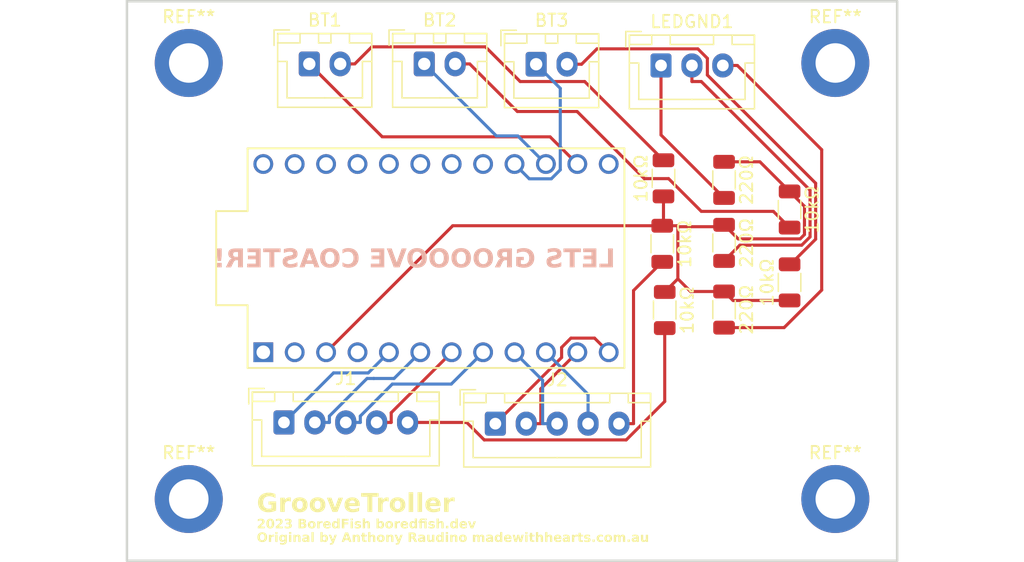
<source format=kicad_pcb>
(kicad_pcb (version 20221018) (generator pcbnew)
  (layers (0 "F.Cu" signal) (31 "B.Cu" signal) (34 "B.Paste" user) (35 "F.Paste" user) (36 "B.SilkS" user "B.Silkscreen") (37 "F.SilkS" user "F.Silkscreen") (38 "B.Mask" user) (39 "F.Mask" user) (44 "Edge.Cuts" user))
  (net 0 "")
  (net 2 "Net-(R1-Pad2)")
  (net 11 "Net-(J1-Pin_1)")
  (net 12 "Net-(J1-Pin_2)")
  (net 13 "Net-(J1-Pin_3)")
  (net 14 "Net-(J1-Pin_4)")
  (net 15 "Net-(J1-Pin_5)")
  (net 16 "Net-(J2-Pin_1)")
  (net 17 "Net-(J2-Pin_2)")
  (net 18 "Net-(J2-Pin_3)")
  (net 19 "Net-(J2-Pin_4)")
  (net 20 "Net-(J2-Pin_5)")
  (net 24 "Net-(BT1-Pin_1)")
  (net 25 "Net-(BT1-Pin_2)")
  (net 26 "Net-(BT2-Pin_1)")
  (net 27 "Net-(BT2-Pin_2)")
  (net 28 "Net-(BT3-Pin_1)")
  (net 29 "Net-(BT3-Pin_2)")
  (net 30 "Net-(LEDGND1-Pin_1)")
  (net 31 "Net-(LEDGND1-Pin_2)")
  (net 32 "Net-(LEDGND1-Pin_3)")
  (footprint "Resistor_SMD:R_1206_3216Metric" (layer "F.Cu") (at 111.7 55.2375 -90)
    (fp_text reference "R1" hide)
    (fp_text value "10kΩ" (at 0 1.82 90) (layer "F.SilkS"))
    (fp_line (start -0.727064 -0.91) (end 0.727064 -0.91) (stroke (width 0.12)) (layer "F.SilkS"))
    (fp_line (start -0.727064 0.91) (end 0.727064 0.91) (stroke (width 0.12)) (layer "F.SilkS"))
    (pad "1" smd roundrect (at -1.4625 0 270) (size 1.125 1.75) (layers "F.Cu" "F.Paste" "F.Mask") (roundrect_rratio 0.2222222222) (net 25 "Net-(BT1-Pin_2)"))
    (pad "2" smd roundrect (at 1.4625 0 270) (size 1.125 1.75) (layers "F.Cu" "F.Paste" "F.Mask") (roundrect_rratio 0.2222222222) (net 2 "Net-(R1-Pad2)"))
  )
  (footprint "Resistor_SMD:R_1206_3216Metric" (layer "F.Cu") (at 121.9 57.7625 90)
    (fp_text reference "R2" hide)
    (fp_text value "10kΩ" (at 0 1.82 90) (layer "F.SilkS"))
    (fp_line (start -0.727064 -0.91) (end 0.727064 -0.91) (stroke (width 0.12)) (layer "F.SilkS"))
    (fp_line (start -0.727064 0.91) (end 0.727064 0.91) (stroke (width 0.12)) (layer "F.SilkS"))
    (pad "1" smd roundrect (at -1.4625 0 90) (size 1.125 1.75) (layers "F.Cu" "F.Paste" "F.Mask") (roundrect_rratio 0.2222222222) (net 27 "Net-(BT2-Pin_2)"))
    (pad "2" smd roundrect (at 1.4625 0 90) (size 1.125 1.75) (layers "F.Cu" "F.Paste" "F.Mask") (roundrect_rratio 0.2222222222) (net 2 "Net-(R1-Pad2)"))
  )
  (footprint "Resistor_SMD:R_1206_3216Metric" (layer "F.Cu") (at 121.9 63.6625 -90)
    (fp_text reference "R3" hide)
    (fp_text value "10kΩ" (at 0 1.82 90) (layer "F.SilkS"))
    (fp_line (start -0.727064 -0.91) (end 0.727064 -0.91) (stroke (width 0.12)) (layer "F.SilkS"))
    (fp_line (start -0.727064 0.91) (end 0.727064 0.91) (stroke (width 0.12)) (layer "F.SilkS"))
    (pad "1" smd roundrect (at -1.4625 0 270) (size 1.125 1.75) (layers "F.Cu" "F.Paste" "F.Mask") (roundrect_rratio 0.2222222222) (net 29 "Net-(BT3-Pin_2)"))
    (pad "2" smd roundrect (at 1.4625 0 270) (size 1.125 1.75) (layers "F.Cu" "F.Paste" "F.Mask") (roundrect_rratio 0.2222222222) (net 2 "Net-(R1-Pad2)"))
  )
  (footprint "Resistor_SMD:R_1206_3216Metric" (layer "F.Cu") (at 111.8 65.9 90)
    (fp_text reference "R4" hide)
    (fp_text value "10kΩ" (at 0 1.82 90) (layer "F.SilkS"))
    (fp_line (start -0.727064 -0.91) (end 0.727064 -0.91) (stroke (width 0.12)) (layer "F.SilkS"))
    (fp_line (start -0.727064 0.91) (end 0.727064 0.91) (stroke (width 0.12)) (layer "F.SilkS"))
    (pad "1" smd roundrect (at -1.4625 0 90) (size 1.125 1.75) (layers "F.Cu" "F.Paste" "F.Mask") (roundrect_rratio 0.2222222222) (net 15 "Net-(J1-Pin_5)"))
    (pad "2" smd roundrect (at 1.4625 0 90) (size 1.125 1.75) (layers "F.Cu" "F.Paste" "F.Mask") (roundrect_rratio 0.2222222222) (net 2 "Net-(R1-Pad2)"))
  )
  (footprint "Resistor_SMD:R_1206_3216Metric" (layer "F.Cu") (at 111.6 60.5375 90)
    (fp_text reference "R5" hide)
    (fp_text value "10kΩ" (at 0 1.82 90) (layer "F.SilkS"))
    (fp_line (start -0.727064 -0.91) (end 0.727064 -0.91) (stroke (width 0.12)) (layer "F.SilkS"))
    (fp_line (start -0.727064 0.91) (end 0.727064 0.91) (stroke (width 0.12)) (layer "F.SilkS"))
    (pad "1" smd roundrect (at -1.4625 0 90) (size 1.125 1.75) (layers "F.Cu" "F.Paste" "F.Mask") (roundrect_rratio 0.2222222222) (net 20 "Net-(J2-Pin_5)"))
    (pad "2" smd roundrect (at 1.4625 0 90) (size 1.125 1.75) (layers "F.Cu" "F.Paste" "F.Mask") (roundrect_rratio 0.2222222222) (net 2 "Net-(R1-Pad2)"))
  )
  (footprint "Resistor_SMD:R_1206_3216Metric" (layer "F.Cu") (at 116.6 55.3625 90)
    (fp_text reference "R12" hide)
    (fp_text value "220Ω" (at 0 1.82 90) (layer "F.SilkS"))
    (fp_line (start -0.727064 -0.91) (end 0.727064 -0.91) (stroke (width 0.12)) (layer "F.SilkS"))
    (fp_line (start -0.727064 0.91) (end 0.727064 0.91) (stroke (width 0.12)) (layer "F.SilkS"))
    (pad "1" smd roundrect (at -1.4625 0 90) (size 1.125 1.75) (layers "F.Cu" "F.Paste" "F.Mask") (roundrect_rratio 0.2222222222) (net 30 "Net-(LEDGND1-Pin_1)"))
    (pad "2" smd roundrect (at 1.4625 0 90) (size 1.125 1.75) (layers "F.Cu" "F.Paste" "F.Mask") (roundrect_rratio 0.2222222222) (net 2 "Net-(R1-Pad2)"))
  )
  (footprint "Resistor_SMD:R_1206_3216Metric" (layer "F.Cu") (at 116.6 60.4625 90)
    (fp_text reference "R13" hide)
    (fp_text value "220Ω" (at 0 1.82 90) (layer "F.SilkS"))
    (fp_line (start -0.727064 -0.91) (end 0.727064 -0.91) (stroke (width 0.12)) (layer "F.SilkS"))
    (fp_line (start -0.727064 0.91) (end 0.727064 0.91) (stroke (width 0.12)) (layer "F.SilkS"))
    (pad "1" smd roundrect (at -1.4625 0 90) (size 1.125 1.75) (layers "F.Cu" "F.Paste" "F.Mask") (roundrect_rratio 0.2222222222) (net 31 "Net-(LEDGND1-Pin_2)"))
    (pad "2" smd roundrect (at 1.4625 0 90) (size 1.125 1.75) (layers "F.Cu" "F.Paste" "F.Mask") (roundrect_rratio 0.2222222222) (net 2 "Net-(R1-Pad2)"))
  )
  (footprint "Resistor_SMD:R_1206_3216Metric" (layer "F.Cu") (at 116.6 65.8625 90)
    (fp_text reference "R14" hide)
    (fp_text value "220Ω" (at 0 1.82 90) (layer "F.SilkS"))
    (fp_line (start -0.727064 -0.91) (end 0.727064 -0.91) (stroke (width 0.12)) (layer "F.SilkS"))
    (fp_line (start -0.727064 0.91) (end 0.727064 0.91) (stroke (width 0.12)) (layer "F.SilkS"))
    (pad "1" smd roundrect (at -1.4625 0 90) (size 1.125 1.75) (layers "F.Cu" "F.Paste" "F.Mask") (roundrect_rratio 0.2222222222) (net 32 "Net-(LEDGND1-Pin_3)"))
    (pad "2" smd roundrect (at 1.4625 0 90) (size 1.125 1.75) (layers "F.Cu" "F.Paste" "F.Mask") (roundrect_rratio 0.2222222222) (net 2 "Net-(R1-Pad2)"))
  )
  (footprint "MountingHole:MountingHole_3.2mm_M3_ISO14580_Pad" (layer "F.Cu") (at 125.6 45.9)
    (fp_text reference "REF**" (at 0 -3.75) (layer "F.SilkS"))
    (fp_text value "MountingHole_3.2mm_M3_ISO14580_Pad")
    (pad "1" thru_hole circle (at 0 0) (size 5.5 5.5) (drill 3.2) (layers "*.Cu" "*.Mask"))
  )
  (footprint "MountingHole:MountingHole_3.2mm_M3_ISO14580_Pad" (layer "F.Cu") (at 73.3 81.2)
    (fp_text reference "REF**" (at 0 -3.75) (layer "F.SilkS"))
    (fp_text value "MountingHole_3.2mm_M3_ISO14580_Pad")
    (pad "1" thru_hole circle (at 0 0) (size 5.5 5.5) (drill 3.2) (layers "*.Cu" "*.Mask"))
  )
  (footprint "promicro:ProMicro-EnforcedTop" (layer "F.Cu") (at 93.3 61.7)
    (fp_text reference "U1" hide)
    (fp_text value "ProMicro")
    (fp_line (start -17.78 -3.81) (end -15.24 -3.81) (stroke (width 0.15)) (layer "F.SilkS"))
    (fp_line (start -17.78 3.81) (end -17.78 -3.81) (stroke (width 0.15)) (layer "F.SilkS"))
    (fp_line (start -15.24 -8.89) (end 15.24 -8.89) (stroke (width 0.15)) (layer "F.SilkS"))
    (fp_line (start -15.24 -3.81) (end -15.24 -8.89) (stroke (width 0.15)) (layer "F.SilkS"))
    (fp_line (start -15.24 3.81) (end -17.78 3.81) (stroke (width 0.15)) (layer "F.SilkS"))
    (fp_line (start -15.24 8.89) (end -15.24 3.81) (stroke (width 0.15)) (layer "F.SilkS"))
    (fp_line (start -15.24 8.89) (end 15.24 8.89) (stroke (width 0.15)) (layer "F.SilkS"))
    (fp_line (start 15.24 -8.89) (end 15.24 8.89) (stroke (width 0.15)) (layer "F.SilkS"))
    (pad "1" thru_hole rect (at -13.97 7.62) (size 1.6 1.6) (drill 1.1) (layers "*.Cu" "B.Mask"))
    (pad "2" thru_hole circle (at -11.43 7.62) (size 1.6 1.6) (drill 1.1) (layers "*.Cu" "B.Mask"))
    (pad "3" thru_hole circle (at -8.89 7.62) (size 1.6 1.6) (drill 1.1) (layers "*.Cu" "B.Mask") (net 2 "Net-(R1-Pad2)"))
    (pad "4" thru_hole circle (at -6.35 7.62) (size 1.6 1.6) (drill 1.1) (layers "*.Cu" "B.Mask"))
    (pad "5" thru_hole circle (at -3.81 7.62) (size 1.6 1.6) (drill 1.1) (layers "*.Cu" "B.Mask") (net 11 "Net-(J1-Pin_1)"))
    (pad "6" thru_hole circle (at -1.27 7.62) (size 1.6 1.6) (drill 1.1) (layers "*.Cu" "B.Mask") (net 12 "Net-(J1-Pin_2)"))
    (pad "7" thru_hole circle (at 1.27 7.62) (size 1.6 1.6) (drill 1.1) (layers "*.Cu" "B.Mask") (net 14 "Net-(J1-Pin_4)"))
    (pad "8" thru_hole circle (at 3.81 7.62) (size 1.6 1.6) (drill 1.1) (layers "*.Cu" "B.Mask") (net 13 "Net-(J1-Pin_3)"))
    (pad "9" thru_hole circle (at 6.35 7.62) (size 1.6 1.6) (drill 1.1) (layers "*.Cu" "B.Mask") (net 18 "Net-(J2-Pin_3)"))
    (pad "10" thru_hole circle (at 8.89 7.62) (size 1.6 1.6) (drill 1.1) (layers "*.Cu" "B.Mask") (net 19 "Net-(J2-Pin_4)"))
    (pad "11" thru_hole circle (at 11.43 7.62) (size 1.6 1.6) (drill 1.1) (layers "*.Cu" "B.Mask") (net 17 "Net-(J2-Pin_2)"))
    (pad "12" thru_hole circle (at 13.97 7.62) (size 1.6 1.6) (drill 1.1) (layers "*.Cu" "B.Mask") (net 16 "Net-(J2-Pin_1)"))
    (pad "13" thru_hole circle (at 13.97 -7.62) (size 1.6 1.6) (drill 1.1) (layers "*.Cu" "B.Mask"))
    (pad "14" thru_hole circle (at 11.43 -7.62) (size 1.6 1.6) (drill 1.1) (layers "*.Cu" "B.Mask") (net 24 "Net-(BT1-Pin_1)"))
    (pad "15" thru_hole circle (at 8.89 -7.62) (size 1.6 1.6) (drill 1.1) (layers "*.Cu" "B.Mask") (net 26 "Net-(BT2-Pin_1)"))
    (pad "16" thru_hole circle (at 6.35 -7.62) (size 1.6 1.6) (drill 1.1) (layers "*.Cu" "B.Mask") (net 28 "Net-(BT3-Pin_1)"))
    (pad "17" thru_hole circle (at 3.81 -7.62) (size 1.6 1.6) (drill 1.1) (layers "*.Cu" "B.Mask"))
    (pad "18" thru_hole circle (at 1.27 -7.62) (size 1.6 1.6) (drill 1.1) (layers "*.Cu" "B.Mask"))
    (pad "19" thru_hole circle (at -1.27 -7.62) (size 1.6 1.6) (drill 1.1) (layers "*.Cu" "B.Mask"))
    (pad "20" thru_hole circle (at -3.81 -7.62) (size 1.6 1.6) (drill 1.1) (layers "*.Cu" "B.Mask"))
    (pad "21" thru_hole circle (at -6.35 -7.62) (size 1.6 1.6) (drill 1.1) (layers "*.Cu" "B.Mask"))
    (pad "22" thru_hole circle (at -8.89 -7.62) (size 1.6 1.6) (drill 1.1) (layers "*.Cu" "B.Mask"))
    (pad "23" thru_hole circle (at -11.43 -7.62) (size 1.6 1.6) (drill 1.1) (layers "*.Cu" "B.Mask"))
    (pad "24" thru_hole circle (at -13.97 -7.62) (size 1.6 1.6) (drill 1.1) (layers "*.Cu" "B.Mask"))
  )
  (footprint "Connector_JST:JST_XH_B2B-XH-A_1x02_P2.50mm_Vertical" (layer "F.Cu") (at 101.4 46)
    (fp_text reference "BT3" (at 1.25 -3.55) (layer "F.SilkS"))
    (fp_text value "Conn_01x02")
    (fp_line (start -2.85 -2.75) (end -2.85 -1.5) (stroke (width 0.12)) (layer "F.SilkS"))
    (fp_line (start -2.56 -2.46) (end -2.56 3.51) (stroke (width 0.12)) (layer "F.SilkS"))
    (fp_line (start -2.56 3.51) (end 5.06 3.51) (stroke (width 0.12)) (layer "F.SilkS"))
    (fp_line (start -2.55 -2.45) (end -2.55 -1.7) (stroke (width 0.12)) (layer "F.SilkS"))
    (fp_line (start -2.55 -1.7) (end -0.75 -1.7) (stroke (width 0.12)) (layer "F.SilkS"))
    (fp_line (start -2.55 -0.2) (end -1.8 -0.2) (stroke (width 0.12)) (layer "F.SilkS"))
    (fp_line (start -1.8 -0.2) (end -1.8 2.75) (stroke (width 0.12)) (layer "F.SilkS"))
    (fp_line (start -1.8 2.75) (end 1.25 2.75) (stroke (width 0.12)) (layer "F.SilkS"))
    (fp_line (start -1.6 -2.75) (end -2.85 -2.75) (stroke (width 0.12)) (layer "F.SilkS"))
    (fp_line (start -0.75 -2.45) (end -2.55 -2.45) (stroke (width 0.12)) (layer "F.SilkS"))
    (fp_line (start -0.75 -1.7) (end -0.75 -2.45) (stroke (width 0.12)) (layer "F.SilkS"))
    (fp_line (start 0.75 -2.45) (end 0.75 -1.7) (stroke (width 0.12)) (layer "F.SilkS"))
    (fp_line (start 0.75 -1.7) (end 1.75 -1.7) (stroke (width 0.12)) (layer "F.SilkS"))
    (fp_line (start 1.75 -2.45) (end 0.75 -2.45) (stroke (width 0.12)) (layer "F.SilkS"))
    (fp_line (start 1.75 -1.7) (end 1.75 -2.45) (stroke (width 0.12)) (layer "F.SilkS"))
    (fp_line (start 3.25 -2.45) (end 3.25 -1.7) (stroke (width 0.12)) (layer "F.SilkS"))
    (fp_line (start 3.25 -1.7) (end 5.05 -1.7) (stroke (width 0.12)) (layer "F.SilkS"))
    (fp_line (start 4.3 -0.2) (end 4.3 2.75) (stroke (width 0.12)) (layer "F.SilkS"))
    (fp_line (start 4.3 2.75) (end 1.25 2.75) (stroke (width 0.12)) (layer "F.SilkS"))
    (fp_line (start 5.05 -2.45) (end 3.25 -2.45) (stroke (width 0.12)) (layer "F.SilkS"))
    (fp_line (start 5.05 -1.7) (end 5.05 -2.45) (stroke (width 0.12)) (layer "F.SilkS"))
    (fp_line (start 5.05 -0.2) (end 4.3 -0.2) (stroke (width 0.12)) (layer "F.SilkS"))
    (fp_line (start 5.06 -2.46) (end -2.56 -2.46) (stroke (width 0.12)) (layer "F.SilkS"))
    (fp_line (start 5.06 3.51) (end 5.06 -2.46) (stroke (width 0.12)) (layer "F.SilkS"))
    (pad "1" thru_hole roundrect (at 0 0) (size 1.7 2) (drill 1) (layers "*.Cu" "*.Mask") (roundrect_rratio 0.147059) (net 28 "Net-(BT3-Pin_1)"))
    (pad "2" thru_hole oval (at 2.5 0) (size 1.7 2) (drill 1) (layers "*.Cu" "*.Mask") (net 29 "Net-(BT3-Pin_2)"))
  )
  (footprint "MountingHole:MountingHole_3.2mm_M3_ISO14580_Pad" (layer "F.Cu") (at 125.6 81.2)
    (fp_text reference "REF**" (at 0 -3.75) (layer "F.SilkS"))
    (fp_text value "MountingHole_3.2mm_M3_ISO14580_Pad")
    (pad "1" thru_hole circle (at 0 0) (size 5.5 5.5) (drill 3.2) (layers "*.Cu" "*.Mask"))
  )
  (footprint "MountingHole:MountingHole_3.2mm_M3_ISO14580_Pad" (layer "F.Cu") (at 73.3 45.9)
    (fp_text reference "REF**" (at 0 -3.75) (layer "F.SilkS"))
    (fp_text value "MountingHole_3.2mm_M3_ISO14580_Pad")
    (pad "1" thru_hole circle (at 0 0) (size 5.5 5.5) (drill 3.2) (layers "*.Cu" "*.Mask"))
  )
  (footprint "Connector_JST:JST_XH_B3B-XH-A_1x03_P2.50mm_Vertical" (layer "F.Cu") (at 111.5 46.1)
    (fp_text reference "LEDGND1" (at 2.5 -3.55) (layer "F.SilkS"))
    (fp_text value "Conn_01x03")
    (fp_line (start -2.85 -2.75) (end -2.85 -1.5) (stroke (width 0.12)) (layer "F.SilkS"))
    (fp_line (start -2.56 -2.46) (end -2.56 3.51) (stroke (width 0.12)) (layer "F.SilkS"))
    (fp_line (start -2.56 3.51) (end 7.56 3.51) (stroke (width 0.12)) (layer "F.SilkS"))
    (fp_line (start -2.55 -2.45) (end -2.55 -1.7) (stroke (width 0.12)) (layer "F.SilkS"))
    (fp_line (start -2.55 -1.7) (end -0.75 -1.7) (stroke (width 0.12)) (layer "F.SilkS"))
    (fp_line (start -2.55 -0.2) (end -1.8 -0.2) (stroke (width 0.12)) (layer "F.SilkS"))
    (fp_line (start -1.8 -0.2) (end -1.8 2.75) (stroke (width 0.12)) (layer "F.SilkS"))
    (fp_line (start -1.8 2.75) (end 2.5 2.75) (stroke (width 0.12)) (layer "F.SilkS"))
    (fp_line (start -1.6 -2.75) (end -2.85 -2.75) (stroke (width 0.12)) (layer "F.SilkS"))
    (fp_line (start -0.75 -2.45) (end -2.55 -2.45) (stroke (width 0.12)) (layer "F.SilkS"))
    (fp_line (start -0.75 -1.7) (end -0.75 -2.45) (stroke (width 0.12)) (layer "F.SilkS"))
    (fp_line (start 0.75 -2.45) (end 0.75 -1.7) (stroke (width 0.12)) (layer "F.SilkS"))
    (fp_line (start 0.75 -1.7) (end 4.25 -1.7) (stroke (width 0.12)) (layer "F.SilkS"))
    (fp_line (start 4.25 -2.45) (end 0.75 -2.45) (stroke (width 0.12)) (layer "F.SilkS"))
    (fp_line (start 4.25 -1.7) (end 4.25 -2.45) (stroke (width 0.12)) (layer "F.SilkS"))
    (fp_line (start 5.75 -2.45) (end 5.75 -1.7) (stroke (width 0.12)) (layer "F.SilkS"))
    (fp_line (start 5.75 -1.7) (end 7.55 -1.7) (stroke (width 0.12)) (layer "F.SilkS"))
    (fp_line (start 6.8 -0.2) (end 6.8 2.75) (stroke (width 0.12)) (layer "F.SilkS"))
    (fp_line (start 6.8 2.75) (end 2.5 2.75) (stroke (width 0.12)) (layer "F.SilkS"))
    (fp_line (start 7.55 -2.45) (end 5.75 -2.45) (stroke (width 0.12)) (layer "F.SilkS"))
    (fp_line (start 7.55 -1.7) (end 7.55 -2.45) (stroke (width 0.12)) (layer "F.SilkS"))
    (fp_line (start 7.55 -0.2) (end 6.8 -0.2) (stroke (width 0.12)) (layer "F.SilkS"))
    (fp_line (start 7.56 -2.46) (end -2.56 -2.46) (stroke (width 0.12)) (layer "F.SilkS"))
    (fp_line (start 7.56 3.51) (end 7.56 -2.46) (stroke (width 0.12)) (layer "F.SilkS"))
    (pad "1" thru_hole roundrect (at 0 0) (size 1.7 1.95) (drill 0.95) (layers "*.Cu" "*.Mask") (roundrect_rratio 0.147059) (net 30 "Net-(LEDGND1-Pin_1)"))
    (pad "2" thru_hole oval (at 2.5 0) (size 1.7 1.95) (drill 0.95) (layers "*.Cu" "*.Mask") (net 31 "Net-(LEDGND1-Pin_2)"))
    (pad "3" thru_hole oval (at 5 0) (size 1.7 1.95) (drill 0.95) (layers "*.Cu" "*.Mask") (net 32 "Net-(LEDGND1-Pin_3)"))
  )
  (footprint "Connector_JST:JST_XH_B5B-XH-A_1x05_P2.50mm_Vertical" (layer "F.Cu") (at 81 75)
    (fp_text reference "J1" (at 5 -3.55) (layer "F.SilkS"))
    (fp_text value "Conn_01x05")
    (fp_line (start -2.85 -2.75) (end -2.85 -1.5) (stroke (width 0.12)) (layer "F.SilkS"))
    (fp_line (start -2.56 -2.46) (end -2.56 3.51) (stroke (width 0.12)) (layer "F.SilkS"))
    (fp_line (start -2.56 3.51) (end 12.56 3.51) (stroke (width 0.12)) (layer "F.SilkS"))
    (fp_line (start -2.55 -2.45) (end -2.55 -1.7) (stroke (width 0.12)) (layer "F.SilkS"))
    (fp_line (start -2.55 -1.7) (end -0.75 -1.7) (stroke (width 0.12)) (layer "F.SilkS"))
    (fp_line (start -2.55 -0.2) (end -1.8 -0.2) (stroke (width 0.12)) (layer "F.SilkS"))
    (fp_line (start -1.8 -0.2) (end -1.8 2.75) (stroke (width 0.12)) (layer "F.SilkS"))
    (fp_line (start -1.8 2.75) (end 5 2.75) (stroke (width 0.12)) (layer "F.SilkS"))
    (fp_line (start -1.6 -2.75) (end -2.85 -2.75) (stroke (width 0.12)) (layer "F.SilkS"))
    (fp_line (start -0.75 -2.45) (end -2.55 -2.45) (stroke (width 0.12)) (layer "F.SilkS"))
    (fp_line (start -0.75 -1.7) (end -0.75 -2.45) (stroke (width 0.12)) (layer "F.SilkS"))
    (fp_line (start 0.75 -2.45) (end 0.75 -1.7) (stroke (width 0.12)) (layer "F.SilkS"))
    (fp_line (start 0.75 -1.7) (end 9.25 -1.7) (stroke (width 0.12)) (layer "F.SilkS"))
    (fp_line (start 9.25 -2.45) (end 0.75 -2.45) (stroke (width 0.12)) (layer "F.SilkS"))
    (fp_line (start 9.25 -1.7) (end 9.25 -2.45) (stroke (width 0.12)) (layer "F.SilkS"))
    (fp_line (start 10.75 -2.45) (end 10.75 -1.7) (stroke (width 0.12)) (layer "F.SilkS"))
    (fp_line (start 10.75 -1.7) (end 12.55 -1.7) (stroke (width 0.12)) (layer "F.SilkS"))
    (fp_line (start 11.8 -0.2) (end 11.8 2.75) (stroke (width 0.12)) (layer "F.SilkS"))
    (fp_line (start 11.8 2.75) (end 5 2.75) (stroke (width 0.12)) (layer "F.SilkS"))
    (fp_line (start 12.55 -2.45) (end 10.75 -2.45) (stroke (width 0.12)) (layer "F.SilkS"))
    (fp_line (start 12.55 -1.7) (end 12.55 -2.45) (stroke (width 0.12)) (layer "F.SilkS"))
    (fp_line (start 12.55 -0.2) (end 11.8 -0.2) (stroke (width 0.12)) (layer "F.SilkS"))
    (fp_line (start 12.56 -2.46) (end -2.56 -2.46) (stroke (width 0.12)) (layer "F.SilkS"))
    (fp_line (start 12.56 3.51) (end 12.56 -2.46) (stroke (width 0.12)) (layer "F.SilkS"))
    (pad "1" thru_hole roundrect (at 0 0) (size 1.7 1.95) (drill 0.95) (layers "*.Cu" "*.Mask") (roundrect_rratio 0.147059) (net 11 "Net-(J1-Pin_1)"))
    (pad "2" thru_hole oval (at 2.5 0) (size 1.7 1.95) (drill 0.95) (layers "*.Cu" "*.Mask") (net 12 "Net-(J1-Pin_2)"))
    (pad "3" thru_hole oval (at 5 0) (size 1.7 1.95) (drill 0.95) (layers "*.Cu" "*.Mask") (net 13 "Net-(J1-Pin_3)"))
    (pad "4" thru_hole oval (at 7.5 0) (size 1.7 1.95) (drill 0.95) (layers "*.Cu" "*.Mask") (net 14 "Net-(J1-Pin_4)"))
    (pad "5" thru_hole oval (at 10 0) (size 1.7 1.95) (drill 0.95) (layers "*.Cu" "*.Mask") (net 15 "Net-(J1-Pin_5)"))
  )
  (footprint "Connector_JST:JST_XH_B2B-XH-A_1x02_P2.50mm_Vertical" (layer "F.Cu") (at 83.05 45.975)
    (fp_text reference "BT1" (at 1.25 -3.55) (layer "F.SilkS"))
    (fp_text value "Conn_01x02")
    (fp_line (start -2.85 -2.75) (end -2.85 -1.5) (stroke (width 0.12)) (layer "F.SilkS"))
    (fp_line (start -2.56 -2.46) (end -2.56 3.51) (stroke (width 0.12)) (layer "F.SilkS"))
    (fp_line (start -2.56 3.51) (end 5.06 3.51) (stroke (width 0.12)) (layer "F.SilkS"))
    (fp_line (start -2.55 -2.45) (end -2.55 -1.7) (stroke (width 0.12)) (layer "F.SilkS"))
    (fp_line (start -2.55 -1.7) (end -0.75 -1.7) (stroke (width 0.12)) (layer "F.SilkS"))
    (fp_line (start -2.55 -0.2) (end -1.8 -0.2) (stroke (width 0.12)) (layer "F.SilkS"))
    (fp_line (start -1.8 -0.2) (end -1.8 2.75) (stroke (width 0.12)) (layer "F.SilkS"))
    (fp_line (start -1.8 2.75) (end 1.25 2.75) (stroke (width 0.12)) (layer "F.SilkS"))
    (fp_line (start -1.6 -2.75) (end -2.85 -2.75) (stroke (width 0.12)) (layer "F.SilkS"))
    (fp_line (start -0.75 -2.45) (end -2.55 -2.45) (stroke (width 0.12)) (layer "F.SilkS"))
    (fp_line (start -0.75 -1.7) (end -0.75 -2.45) (stroke (width 0.12)) (layer "F.SilkS"))
    (fp_line (start 0.75 -2.45) (end 0.75 -1.7) (stroke (width 0.12)) (layer "F.SilkS"))
    (fp_line (start 0.75 -1.7) (end 1.75 -1.7) (stroke (width 0.12)) (layer "F.SilkS"))
    (fp_line (start 1.75 -2.45) (end 0.75 -2.45) (stroke (width 0.12)) (layer "F.SilkS"))
    (fp_line (start 1.75 -1.7) (end 1.75 -2.45) (stroke (width 0.12)) (layer "F.SilkS"))
    (fp_line (start 3.25 -2.45) (end 3.25 -1.7) (stroke (width 0.12)) (layer "F.SilkS"))
    (fp_line (start 3.25 -1.7) (end 5.05 -1.7) (stroke (width 0.12)) (layer "F.SilkS"))
    (fp_line (start 4.3 -0.2) (end 4.3 2.75) (stroke (width 0.12)) (layer "F.SilkS"))
    (fp_line (start 4.3 2.75) (end 1.25 2.75) (stroke (width 0.12)) (layer "F.SilkS"))
    (fp_line (start 5.05 -2.45) (end 3.25 -2.45) (stroke (width 0.12)) (layer "F.SilkS"))
    (fp_line (start 5.05 -1.7) (end 5.05 -2.45) (stroke (width 0.12)) (layer "F.SilkS"))
    (fp_line (start 5.05 -0.2) (end 4.3 -0.2) (stroke (width 0.12)) (layer "F.SilkS"))
    (fp_line (start 5.06 -2.46) (end -2.56 -2.46) (stroke (width 0.12)) (layer "F.SilkS"))
    (fp_line (start 5.06 3.51) (end 5.06 -2.46) (stroke (width 0.12)) (layer "F.SilkS"))
    (pad "1" thru_hole roundrect (at 0 0) (size 1.7 2) (drill 1) (layers "*.Cu" "*.Mask") (roundrect_rratio 0.147059) (net 24 "Net-(BT1-Pin_1)"))
    (pad "2" thru_hole oval (at 2.5 0) (size 1.7 2) (drill 1) (layers "*.Cu" "*.Mask") (net 25 "Net-(BT1-Pin_2)"))
  )
  (footprint "Connector_JST:JST_XH_B2B-XH-A_1x02_P2.50mm_Vertical" (layer "F.Cu") (at 92.35 45.975)
    (fp_text reference "BT2" (at 1.25 -3.55) (layer "F.SilkS"))
    (fp_text value "Conn_01x02")
    (fp_line (start -2.85 -2.75) (end -2.85 -1.5) (stroke (width 0.12)) (layer "F.SilkS"))
    (fp_line (start -2.56 -2.46) (end -2.56 3.51) (stroke (width 0.12)) (layer "F.SilkS"))
    (fp_line (start -2.56 3.51) (end 5.06 3.51) (stroke (width 0.12)) (layer "F.SilkS"))
    (fp_line (start -2.55 -2.45) (end -2.55 -1.7) (stroke (width 0.12)) (layer "F.SilkS"))
    (fp_line (start -2.55 -1.7) (end -0.75 -1.7) (stroke (width 0.12)) (layer "F.SilkS"))
    (fp_line (start -2.55 -0.2) (end -1.8 -0.2) (stroke (width 0.12)) (layer "F.SilkS"))
    (fp_line (start -1.8 -0.2) (end -1.8 2.75) (stroke (width 0.12)) (layer "F.SilkS"))
    (fp_line (start -1.8 2.75) (end 1.25 2.75) (stroke (width 0.12)) (layer "F.SilkS"))
    (fp_line (start -1.6 -2.75) (end -2.85 -2.75) (stroke (width 0.12)) (layer "F.SilkS"))
    (fp_line (start -0.75 -2.45) (end -2.55 -2.45) (stroke (width 0.12)) (layer "F.SilkS"))
    (fp_line (start -0.75 -1.7) (end -0.75 -2.45) (stroke (width 0.12)) (layer "F.SilkS"))
    (fp_line (start 0.75 -2.45) (end 0.75 -1.7) (stroke (width 0.12)) (layer "F.SilkS"))
    (fp_line (start 0.75 -1.7) (end 1.75 -1.7) (stroke (width 0.12)) (layer "F.SilkS"))
    (fp_line (start 1.75 -2.45) (end 0.75 -2.45) (stroke (width 0.12)) (layer "F.SilkS"))
    (fp_line (start 1.75 -1.7) (end 1.75 -2.45) (stroke (width 0.12)) (layer "F.SilkS"))
    (fp_line (start 3.25 -2.45) (end 3.25 -1.7) (stroke (width 0.12)) (layer "F.SilkS"))
    (fp_line (start 3.25 -1.7) (end 5.05 -1.7) (stroke (width 0.12)) (layer "F.SilkS"))
    (fp_line (start 4.3 -0.2) (end 4.3 2.75) (stroke (width 0.12)) (layer "F.SilkS"))
    (fp_line (start 4.3 2.75) (end 1.25 2.75) (stroke (width 0.12)) (layer "F.SilkS"))
    (fp_line (start 5.05 -2.45) (end 3.25 -2.45) (stroke (width 0.12)) (layer "F.SilkS"))
    (fp_line (start 5.05 -1.7) (end 5.05 -2.45) (stroke (width 0.12)) (layer "F.SilkS"))
    (fp_line (start 5.05 -0.2) (end 4.3 -0.2) (stroke (width 0.12)) (layer "F.SilkS"))
    (fp_line (start 5.06 -2.46) (end -2.56 -2.46) (stroke (width 0.12)) (layer "F.SilkS"))
    (fp_line (start 5.06 3.51) (end 5.06 -2.46) (stroke (width 0.12)) (layer "F.SilkS"))
    (pad "1" thru_hole roundrect (at 0 0) (size 1.7 2) (drill 1) (layers "*.Cu" "*.Mask") (roundrect_rratio 0.147059) (net 26 "Net-(BT2-Pin_1)"))
    (pad "2" thru_hole oval (at 2.5 0) (size 1.7 2) (drill 1) (layers "*.Cu" "*.Mask") (net 27 "Net-(BT2-Pin_2)"))
  )
  (footprint "Connector_JST:JST_XH_B5B-XH-A_1x05_P2.50mm_Vertical" (layer "F.Cu") (at 98.1 75.1)
    (fp_text reference "J2" (at 5 -3.55) (layer "F.SilkS"))
    (fp_text value "Conn_01x05")
    (fp_line (start -2.85 -2.75) (end -2.85 -1.5) (stroke (width 0.12)) (layer "F.SilkS"))
    (fp_line (start -2.56 -2.46) (end -2.56 3.51) (stroke (width 0.12)) (layer "F.SilkS"))
    (fp_line (start -2.56 3.51) (end 12.56 3.51) (stroke (width 0.12)) (layer "F.SilkS"))
    (fp_line (start -2.55 -2.45) (end -2.55 -1.7) (stroke (width 0.12)) (layer "F.SilkS"))
    (fp_line (start -2.55 -1.7) (end -0.75 -1.7) (stroke (width 0.12)) (layer "F.SilkS"))
    (fp_line (start -2.55 -0.2) (end -1.8 -0.2) (stroke (width 0.12)) (layer "F.SilkS"))
    (fp_line (start -1.8 -0.2) (end -1.8 2.75) (stroke (width 0.12)) (layer "F.SilkS"))
    (fp_line (start -1.8 2.75) (end 5 2.75) (stroke (width 0.12)) (layer "F.SilkS"))
    (fp_line (start -1.6 -2.75) (end -2.85 -2.75) (stroke (width 0.12)) (layer "F.SilkS"))
    (fp_line (start -0.75 -2.45) (end -2.55 -2.45) (stroke (width 0.12)) (layer "F.SilkS"))
    (fp_line (start -0.75 -1.7) (end -0.75 -2.45) (stroke (width 0.12)) (layer "F.SilkS"))
    (fp_line (start 0.75 -2.45) (end 0.75 -1.7) (stroke (width 0.12)) (layer "F.SilkS"))
    (fp_line (start 0.75 -1.7) (end 9.25 -1.7) (stroke (width 0.12)) (layer "F.SilkS"))
    (fp_line (start 9.25 -2.45) (end 0.75 -2.45) (stroke (width 0.12)) (layer "F.SilkS"))
    (fp_line (start 9.25 -1.7) (end 9.25 -2.45) (stroke (width 0.12)) (layer "F.SilkS"))
    (fp_line (start 10.75 -2.45) (end 10.75 -1.7) (stroke (width 0.12)) (layer "F.SilkS"))
    (fp_line (start 10.75 -1.7) (end 12.55 -1.7) (stroke (width 0.12)) (layer "F.SilkS"))
    (fp_line (start 11.8 -0.2) (end 11.8 2.75) (stroke (width 0.12)) (layer "F.SilkS"))
    (fp_line (start 11.8 2.75) (end 5 2.75) (stroke (width 0.12)) (layer "F.SilkS"))
    (fp_line (start 12.55 -2.45) (end 10.75 -2.45) (stroke (width 0.12)) (layer "F.SilkS"))
    (fp_line (start 12.55 -1.7) (end 12.55 -2.45) (stroke (width 0.12)) (layer "F.SilkS"))
    (fp_line (start 12.55 -0.2) (end 11.8 -0.2) (stroke (width 0.12)) (layer "F.SilkS"))
    (fp_line (start 12.56 -2.46) (end -2.56 -2.46) (stroke (width 0.12)) (layer "F.SilkS"))
    (fp_line (start 12.56 3.51) (end 12.56 -2.46) (stroke (width 0.12)) (layer "F.SilkS"))
    (pad "1" thru_hole roundrect (at 0 0) (size 1.7 1.95) (drill 0.95) (layers "*.Cu" "*.Mask") (roundrect_rratio 0.147059) (net 16 "Net-(J2-Pin_1)"))
    (pad "2" thru_hole oval (at 2.5 0) (size 1.7 1.95) (drill 0.95) (layers "*.Cu" "*.Mask") (net 17 "Net-(J2-Pin_2)"))
    (pad "3" thru_hole oval (at 5 0) (size 1.7 1.95) (drill 0.95) (layers "*.Cu" "*.Mask") (net 18 "Net-(J2-Pin_3)"))
    (pad "4" thru_hole oval (at 7.5 0) (size 1.7 1.95) (drill 0.95) (layers "*.Cu" "*.Mask") (net 19 "Net-(J2-Pin_4)"))
    (pad "5" thru_hole oval (at 10 0) (size 1.7 1.95) (drill 0.95) (layers "*.Cu" "*.Mask") (net 20 "Net-(J2-Pin_5)"))
  )
  (gr_rect (start 68.3 40.9) (end 130.6 86.2) (stroke (width 0.2)) (fill none) (layer "Edge.Cuts"))
  (gr_text "LETS GROOOOVE COASTER!" (at 107.8 62.7) (layer "B.SilkS") (effects (font (size 1.5 1.5) (thickness 0.3) bold) (justify left bottom mirror)))
  (gr_text "GrooveTroller" (at 78.8 82.5) (layer "F.SilkS") (effects (font (size 1.5 1.5) (thickness 0.3) bold) (justify left bottom)))
  (gr_text "2023 BoredFish boredfish.dev" (at 78.8 83.7) (layer "F.SilkS") (effects (font (size 0.75 0.75) (thickness 0.1875) bold) (justify left bottom)))
  (gr_text "Original by Anthony Raudino madewithhearts.com.au" (at 78.8 84.8) (layer "F.SilkS") (effects (font (size 0.75 0.75) (thickness 0.1875) bold) (justify left bottom)))
  (segment (start 117.325 65.125) (end 116.6 64.4) (width 0.25) (layer "F.Cu") (net 2))
  (segment (start 112.8623 63.3752) (end 111.8 64.4375) (width 0.25) (layer "F.Cu") (net 2))
  (segment (start 116.6 64.4) (end 113.8871 64.4) (width 0.25) (layer "F.Cu") (net 2))
  (segment (start 111.7 59.075) (end 111.7 56.7) (width 0.25) (layer "F.Cu") (net 2))
  (segment (start 121.9 65.125) (end 117.325 65.125) (width 0.25) (layer "F.Cu") (net 2))
  (segment (start 112.782 59.075) (end 111.7 59.075) (width 0.25) (layer "F.Cu") (net 2))
  (segment (start 111.7 59.075) (end 111.6 59.075) (width 0.25) (layer "F.Cu") (net 2))
  (segment (start 94.655 59.075) (end 111.6 59.075) (width 0.25) (layer "F.Cu") (net 2))
  (segment (start 123.1038 59.7905) (end 122.7539 60.1404) (width 0.25) (layer "F.Cu") (net 2))
  (segment (start 112.8623 59.1553) (end 112.782 59.075) (width 0.25) (layer "F.Cu") (net 2))
  (segment (start 119.5 53.9) (end 121.9 56.3) (width 0.25) (layer "F.Cu") (net 2))
  (segment (start 116.6 59) (end 116.4447 59.1553) (width 0.25) (layer "F.Cu") (net 2))
  (segment (start 117.7404 60.1404) (end 116.6 59) (width 0.25) (layer "F.Cu") (net 2))
  (segment (start 123.1038 57.5038) (end 123.1038 59.7905) (width 0.25) (layer "F.Cu") (net 2))
  (segment (start 116.4447 59.1553) (end 112.8623 59.1553) (width 0.25) (layer "F.Cu") (net 2))
  (segment (start 122.7539 60.1404) (end 117.7404 60.1404) (width 0.25) (layer "F.Cu") (net 2))
  (segment (start 121.9 56.3) (end 123.1038 57.5038) (width 0.25) (layer "F.Cu") (net 2))
  (segment (start 116.6 53.9) (end 119.5 53.9) (width 0.25) (layer "F.Cu") (net 2))
  (segment (start 113.8871 64.4) (end 112.8623 63.3752) (width 0.25) (layer "F.Cu") (net 2))
  (segment (start 112.8623 59.1553) (end 112.8623 63.3752) (width 0.25) (layer "F.Cu") (net 2))
  (segment (start 84.41 69.32) (end 94.655 59.075) (width 0.25) (layer "F.Cu") (net 2))
  (segment (start 85.0092 70.9908) (end 87.8192 70.9908) (width 0.25) (layer "B.Cu") (net 11))
  (segment (start 87.8192 70.9908) (end 89.49 69.32) (width 0.25) (layer "B.Cu") (net 11))
  (segment (start 81 75) (end 85.0092 70.9908) (width 0.25) (layer "B.Cu") (net 11))
  (segment (start 83.5 75) (end 84.6769 75) (width 0.25) (layer "B.Cu") (net 12))
  (segment (start 87.7193 71.4427) (end 88.2626 71.4427) (width 0.25) (layer "B.Cu") (net 12))
  (segment (start 84.6769 74.4851) (end 87.7193 71.4427) (width 0.25) (layer "B.Cu") (net 12))
  (segment (start 89.9088 71.4412) (end 92.03 69.32) (width 0.25) (layer "B.Cu") (net 12))
  (segment (start 84.6769 75) (end 84.6769 74.4851) (width 0.25) (layer "B.Cu") (net 12))
  (segment (start 88.2641 71.4412) (end 89.9088 71.4412) (width 0.25) (layer "B.Cu") (net 12))
  (segment (start 88.2626 71.4427) (end 88.2641 71.4412) (width 0.25) (layer "B.Cu") (net 12))
  (segment (start 94.5369 71.8931) (end 97.11 69.32) (width 0.25) (layer "B.Cu") (net 13))
  (segment (start 87.1769 74.4851) (end 89.7689 71.8931) (width 0.25) (layer "B.Cu") (net 13))
  (segment (start 89.7689 71.8931) (end 94.5369 71.8931) (width 0.25) (layer "B.Cu") (net 13))
  (segment (start 86 75) (end 87.1769 75) (width 0.25) (layer "B.Cu") (net 13))
  (segment (start 87.1769 75) (end 87.1769 74.4851) (width 0.25) (layer "B.Cu") (net 13))
  (segment (start 89.6769 75) (end 89.6769 74.2131) (width 0.25) (layer "F.Cu") (net 14))
  (segment (start 88.5 75) (end 89.6769 75) (width 0.25) (layer "F.Cu") (net 14))
  (segment (start 89.6769 74.2131) (end 94.57 69.32) (width 0.25) (layer "F.Cu") (net 14))
  (segment (start 91 75) (end 95.7844 75) (width 0.25) (layer "F.Cu") (net 15))
  (segment (start 108.6865 76.4151) (end 111.8 73.3016) (width 0.25) (layer "F.Cu") (net 15))
  (segment (start 97.1995 76.4151) (end 108.6865 76.4151) (width 0.25) (layer "F.Cu") (net 15))
  (segment (start 111.8 73.3016) (end 111.8 67.3625) (width 0.25) (layer "F.Cu") (net 15))
  (segment (start 95.7844 75) (end 97.1995 76.4151) (width 0.25) (layer "F.Cu") (net 15))
  (segment (start 104.2145 68.1725) (end 106.1225 68.1725) (width 0.25) (layer "F.Cu") (net 16))
  (segment (start 106.1225 68.1725) (end 107.27 69.32) (width 0.25) (layer "F.Cu") (net 16))
  (segment (start 103.46 69.74) (end 103.46 68.927) (width 0.25) (layer "F.Cu") (net 16))
  (segment (start 98.1 75.1) (end 103.46 69.74) (width 0.25) (layer "F.Cu") (net 16))
  (segment (start 103.46 68.927) (end 104.2145 68.1725) (width 0.25) (layer "F.Cu") (net 16))
  (segment (start 101.7769 72.2731) (end 104.73 69.32) (width 0.25) (layer "F.Cu") (net 17))
  (segment (start 101.7769 75.1) (end 101.7769 72.2731) (width 0.25) (layer "F.Cu") (net 17))
  (segment (start 100.6 75.1) (end 101.7769 75.1) (width 0.25) (layer "F.Cu") (net 17))
  (segment (start 103.1 75.1) (end 101.9231 75.1) (width 0.25) (layer "B.Cu") (net 18))
  (segment (start 101.9231 75.1) (end 101.9231 71.5931) (width 0.25) (layer "B.Cu") (net 18))
  (segment (start 101.9231 71.5931) (end 99.65 69.32) (width 0.25) (layer "B.Cu") (net 18))
  (segment (start 105.6 75.1) (end 105.6 72.73) (width 0.25) (layer "B.Cu") (net 19))
  (segment (start 105.6 72.73) (end 102.19 69.32) (width 0.25) (layer "B.Cu") (net 19))
  (segment (start 109.2769 75.1) (end 109.2769 64.3231) (width 0.25) (layer "F.Cu") (net 20))
  (segment (start 108.1 75.1) (end 109.2769 75.1) (width 0.25) (layer "F.Cu") (net 20))
  (segment (start 109.2769 64.3231) (end 111.6 62) (width 0.25) (layer "F.Cu") (net 20))
  (segment (start 83.05 45.975) (end 88.9541 51.8791) (width 0.25) (layer "F.Cu") (net 24))
  (segment (start 88.9541 51.8791) (end 102.5291 51.8791) (width 0.25) (layer "F.Cu") (net 24))
  (segment (start 102.5291 51.8791) (end 104.73 54.08) (width 0.25) (layer "F.Cu") (net 24))
  (segment (start 100.1088 47.4014) (end 105.3264 47.4014) (width 0.25) (layer "F.Cu") (net 25))
  (segment (start 97.3002 44.5928) (end 100.1088 47.4014) (width 0.25) (layer "F.Cu") (net 25))
  (segment (start 86.7269 45.975) (end 88.1091 44.5928) (width 0.25) (layer "F.Cu") (net 25))
  (segment (start 85.55 45.975) (end 86.7269 45.975) (width 0.25) (layer "F.Cu") (net 25))
  (segment (start 105.3264 47.4014) (end 111.7 53.775) (width 0.25) (layer "F.Cu") (net 25))
  (segment (start 88.1091 44.5928) (end 97.3002 44.5928) (width 0.25) (layer "F.Cu") (net 25))
  (segment (start 98.1805 51.8055) (end 99.9155 51.8055) (width 0.25) (layer "B.Cu") (net 26))
  (segment (start 92.35 45.975) (end 98.1805 51.8055) (width 0.25) (layer "B.Cu") (net 26))
  (segment (start 99.9155 51.8055) (end 102.19 54.08) (width 0.25) (layer "B.Cu") (net 26))
  (segment (start 94.85 45.975) (end 96.0269 45.975) (width 0.25) (layer "F.Cu") (net 27))
  (segment (start 112.1111 55.2621) (end 110.1481 55.2621) (width 0.25) (layer "F.Cu") (net 27))
  (segment (start 114.7615 57.9125) (end 112.1111 55.2621) (width 0.25) (layer "F.Cu") (net 27))
  (segment (start 110.1481 55.2621) (end 104.712 49.826) (width 0.25) (layer "F.Cu") (net 27))
  (segment (start 120.5875 57.9125) (end 114.7615 57.9125) (width 0.25) (layer "F.Cu") (net 27))
  (segment (start 99.8779 49.826) (end 96.0269 45.975) (width 0.25) (layer "F.Cu") (net 27))
  (segment (start 121.9 59.225) (end 120.5875 57.9125) (width 0.25) (layer "F.Cu") (net 27))
  (segment (start 104.712 49.826) (end 99.8779 49.826) (width 0.25) (layer "F.Cu") (net 27))
  (segment (start 103.3515 47.9515) (end 103.3515 54.5502) (width 0.25) (layer "B.Cu") (net 28))
  (segment (start 102.624 55.2777) (end 100.8477 55.2777) (width 0.25) (layer "B.Cu") (net 28))
  (segment (start 103.3515 54.5502) (end 102.624 55.2777) (width 0.25) (layer "B.Cu") (net 28))
  (segment (start 101.4 46) (end 103.3515 47.9515) (width 0.25) (layer "B.Cu") (net 28))
  (segment (start 100.8477 55.2777) (end 99.65 54.08) (width 0.25) (layer "B.Cu") (net 28))
  (segment (start 105.0769 46) (end 106.3211 44.7558) (width 0.25) (layer "F.Cu") (net 29))
  (segment (start 115.25 45.5252) (end 115.25 46.8752) (width 0.25) (layer "F.Cu") (net 29))
  (segment (start 103.9 46) (end 105.0769 46) (width 0.25) (layer "F.Cu") (net 29))
  (segment (start 124.0076 55.6328) (end 124.0076 60.1649) (width 0.25) (layer "F.Cu") (net 29))
  (segment (start 124.0076 60.1649) (end 121.9725 62.2) (width 0.25) (layer "F.Cu") (net 29))
  (segment (start 121.9725 62.2) (end 121.9 62.2) (width 0.25) (layer "F.Cu") (net 29))
  (segment (start 114.4806 44.7558) (end 115.25 45.5252) (width 0.25) (layer "F.Cu") (net 29))
  (segment (start 115.25 46.8752) (end 124.0076 55.6328) (width 0.25) (layer "F.Cu") (net 29))
  (segment (start 106.3211 44.7558) (end 114.4806 44.7558) (width 0.25) (layer "F.Cu") (net 29))
  (segment (start 116.6 56.825) (end 111.5 51.725) (width 0.25) (layer "F.Cu") (net 30))
  (segment (start 111.5 51.725) (end 111.5 46.1) (width 0.25) (layer "F.Cu") (net 30))
  (segment (start 114 46.1) (end 114 47.4019) (width 0.25) (layer "F.Cu") (net 31))
  (segment (start 114 47.4019) (end 114.7588 47.4019) (width 0.25) (layer "F.Cu") (net 31))
  (segment (start 122.8848 60.6486) (end 117.8764 60.6486) (width 0.25) (layer "F.Cu") (net 31))
  (segment (start 123.5557 59.9777) (end 122.8848 60.6486) (width 0.25) (layer "F.Cu") (net 31))
  (segment (start 117.8764 60.6486) (end 116.6 61.925) (width 0.25) (layer "F.Cu") (net 31))
  (segment (start 123.5557 56.1988) (end 123.5557 59.9777) (width 0.25) (layer "F.Cu") (net 31))
  (segment (start 114.7588 47.4019) (end 123.5557 56.1988) (width 0.25) (layer "F.Cu") (net 31))
  (segment (start 124.4974 52.9205) (end 124.4974 64.2846) (width 0.25) (layer "F.Cu") (net 32))
  (segment (start 124.4974 64.2846) (end 121.457 67.325) (width 0.25) (layer "F.Cu") (net 32))
  (segment (start 121.457 67.325) (end 116.6 67.325) (width 0.25) (layer "F.Cu") (net 32))
  (segment (start 117.6769 46.1) (end 124.4974 52.9205) (width 0.25) (layer "F.Cu") (net 32))
  (segment (start 116.5 46.1) (end 117.6769 46.1) (width 0.25) (layer "F.Cu") (net 32))
)
</source>
